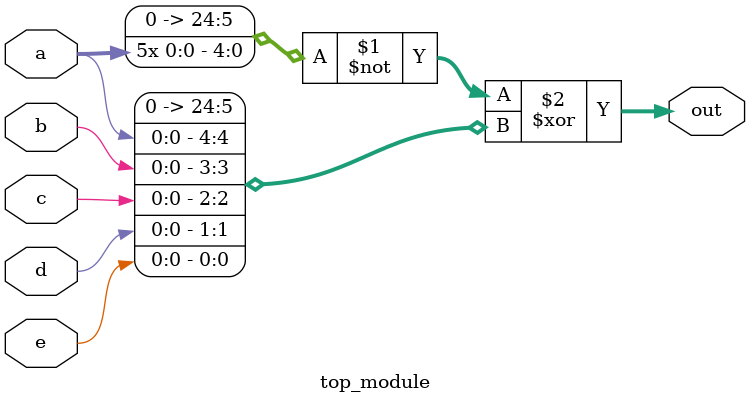
<source format=v>
module top_module (
    input a, b, c, d, e,
    output [24:0] out );//

    assign out = ~{ {5{a}} } ^ { {a,b,c,d,e} };

endmodule

</source>
